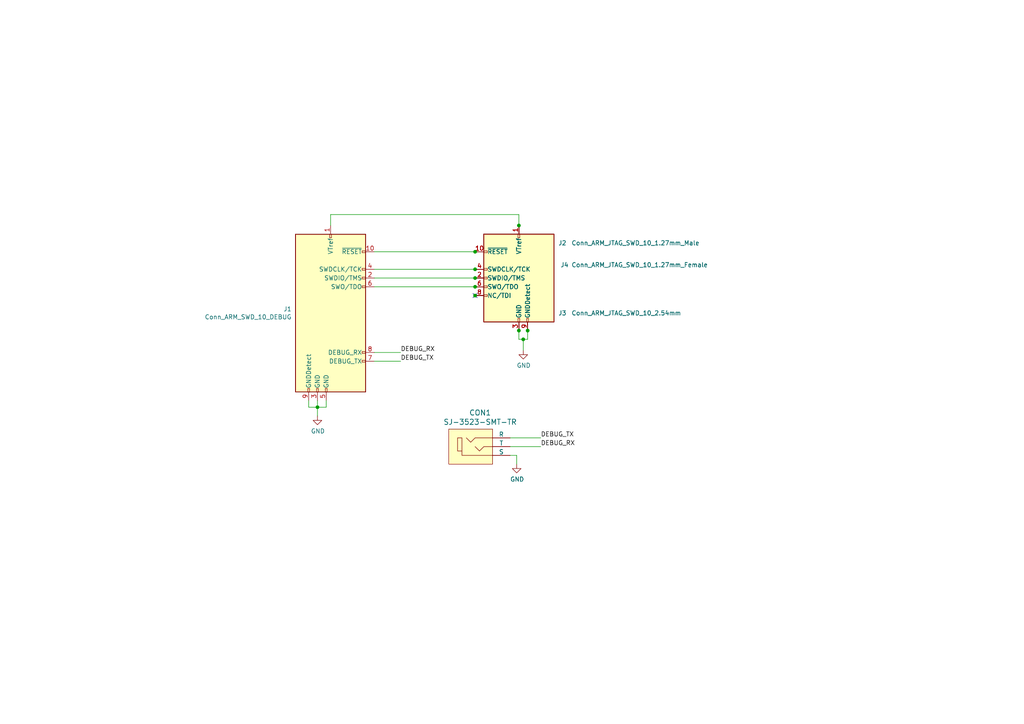
<source format=kicad_sch>
(kicad_sch (version 20211123) (generator eeschema)
  (paper "A4")
  (lib_symbols
    (symbol "Connector:Conn_ARM_JTAG_SWD_10" (pin_names (offset 1.016))
      (property "Reference" "J" (at -2.54 16.51 0))
      (property "Value" "Conn_ARM_JTAG_SWD_10" (at -2.54 13.97 0))
      (symbol "Conn_ARM_JTAG_SWD_10_0_1"
        (rectangle (start -10.16 12.7) (end 10.16 -12.7) (stroke (width 0.254)) (fill (type background)))
        (rectangle (start -2.794 -12.7) (end -2.286 -11.684))
        (rectangle (start -0.254 -12.7) (end 0.254 -11.684))
        (rectangle (start -0.254 12.7) (end 0.254 11.684))
        (rectangle (start 9.144 2.286) (end 10.16 2.794))
        (rectangle (start 10.16 -2.794) (end 9.144 -2.286))
        (rectangle (start 10.16 -0.254) (end 9.144 0.254))
        (rectangle (start 10.16 7.874) (end 9.144 7.366))
      )
      (symbol "Conn_ARM_JTAG_SWD_10_1_1"
        (rectangle (start 9.144 -5.334) (end 10.16 -4.826))
        (pin power_in line (at 0 15.24 270) (length 2.54) (name "VTref") (number "1"))
        (pin open_collector line (at 12.7 7.62 180) (length 2.54) (name "~{RESET}") (number "10"))
        (pin bidirectional line (at 12.7 0 180) (length 2.54) (name "SWDIO/TMS") (number "2"))
        (pin power_in line (at 0 -15.24 90) (length 2.54) (name "GND") (number "3"))
        (pin output line (at 12.7 2.54 180) (length 2.54) (name "SWDCLK/TCK") (number "4"))
        (pin passive line (at 0 -15.24 90) (length 2.54) hide (name "GND") (number "5"))
        (pin input line (at 12.7 -2.54 180) (length 2.54) (name "SWO/TDO") (number "6"))
        (pin no_connect line (at -10.16 0 0) (length 2.54) hide (name "KEY") (number "7"))
        (pin output line (at 12.7 -5.08 180) (length 2.54) (name "NC/TDI") (number "8"))
        (pin passive line (at -2.54 -15.24 90) (length 2.54) (name "GNDDetect") (number "9"))
      )
    )
    (symbol "ePenguin-Debug-rescue:Conn_ARM_SWD_10_DEBUG-plib" (pin_names (offset 1.016))
      (property "Reference" "J" (at -2.54 16.51 0))
      (property "Value" "Conn_ARM_SWD_10_DEBUG-plib" (at -2.54 13.97 0))
      (symbol "Conn_ARM_SWD_10_DEBUG-plib_0_1"
        (rectangle (start -10.16 12.7) (end 10.16 -33.02) (stroke (width 0.254)) (fill (type background)))
        (rectangle (start -6.604 -33.02) (end -6.096 -32.004))
        (rectangle (start -4.064 -33.02) (end -3.556 -32.004))
        (rectangle (start -1.524 -33.02) (end -1.016 -32.004))
        (rectangle (start -0.254 12.7) (end 0.254 11.684))
        (rectangle (start 9.144 2.286) (end 10.16 2.794))
        (rectangle (start 10.16 -24.384) (end 9.144 -23.876))
        (rectangle (start 10.16 -2.794) (end 9.144 -2.286))
        (rectangle (start 10.16 -0.254) (end 9.144 0.254))
        (rectangle (start 10.16 7.874) (end 9.144 7.366))
      )
      (symbol "Conn_ARM_SWD_10_DEBUG-plib_1_1"
        (rectangle (start 9.144 -21.844) (end 10.16 -21.336))
        (pin power_in line (at 0 15.24 270) (length 2.54) (name "VTref") (number "1"))
        (pin open_collector line (at 12.7 7.62 180) (length 2.54) (name "~{RESET}") (number "10"))
        (pin bidirectional line (at 12.7 0 180) (length 2.54) (name "SWDIO/TMS") (number "2"))
        (pin power_in line (at -3.81 -35.56 90) (length 2.54) (name "GND") (number "3"))
        (pin output line (at 12.7 2.54 180) (length 2.54) (name "SWDCLK/TCK") (number "4"))
        (pin power_in line (at -1.27 -35.56 90) (length 2.54) (name "GND") (number "5"))
        (pin input line (at 12.7 -2.54 180) (length 2.54) (name "SWO/TDO") (number "6"))
        (pin input line (at 12.7 -24.13 180) (length 2.54) (name "DEBUG_TX") (number "7"))
        (pin no_connect line (at -10.16 0 0) (length 2.54) hide (name "KEY") (number "7"))
        (pin output line (at 12.7 -21.59 180) (length 2.54) (name "DEBUG_RX") (number "8"))
        (pin passive line (at -6.35 -35.56 90) (length 2.54) (name "GNDDetect") (number "9"))
      )
    )
    (symbol "ePenguin-Debug-rescue:SJ-3523-SMT-TR-dk_Barrel-Audio-Connectors" (pin_numbers hide) (pin_names (offset 0))
      (property "Reference" "CON" (at -7.62 6.35 0))
      (property "Value" "SJ-3523-SMT-TR-dk_Barrel-Audio-Connectors" (at -1.27 -6.35 0))
      (symbol "SJ-3523-SMT-TR-dk_Barrel-Audio-Connectors_0_1"
        (polyline (pts (xy 5.08 0) (xy 2.54 0) (xy 1.27 -1.27) (xy 0 0)))
        (polyline (pts (xy 5.08 2.54) (xy 0 2.54) (xy -1.27 1.27) (xy -2.54 2.54)))
        (polyline (pts (xy 5.08 -2.54) (xy -3.81 -2.54) (xy -3.81 2.54) (xy -5.08 2.54) (xy -5.08 -1.27) (xy -3.81 -1.27)))
        (rectangle (start 5.08 5.08) (end -7.62 -5.08) (fill (type background)))
      )
      (symbol "SJ-3523-SMT-TR-dk_Barrel-Audio-Connectors_1_1"
        (pin passive line (at 10.16 -2.54 180) (length 5.08) (name "S") (number "1"))
        (pin passive line (at 10.16 0 180) (length 5.08) (name "T") (number "2"))
        (pin passive line (at 10.16 2.54 180) (length 5.08) (name "R") (number "3"))
      )
    )
    (symbol "power:GND" (power) (pin_names (offset 0))
      (property "Value" "GND" (at 0 -3.81 0))
      (symbol "GND_0_1"
        (polyline (pts (xy 0 0) (xy 0 -1.27) (xy 1.27 -1.27) (xy 0 -2.54) (xy -1.27 -1.27) (xy 0 -1.27)))
      )
      (symbol "GND_1_1"
        (pin power_in line (at 0 0 270) (length 0) hide (name "GND") (number "1"))
      )
    )
  )
  (junction (at 137.795 85.725))
  (junction (at 137.795 83.185))
  (junction (at 92.075 118.11))
  (junction (at 151.765 98.425))
  (junction (at 153.035 95.885))
  (junction (at 137.795 80.645))
  (junction (at 150.495 65.405))
  (junction (at 137.795 78.105))
  (junction (at 150.495 95.885))
  (junction (at 137.795 73.025))
  (no_connect (at 137.795 85.725))
  (wire (pts (xy 92.075 118.11) (xy 92.075 116.205)))
  (wire (pts (xy 108.585 102.235) (xy 116.205 102.235)))
  (wire (pts (xy 147.955 127) (xy 156.845 127)))
  (wire (pts (xy 151.765 98.425) (xy 151.765 101.6)))
  (wire (pts (xy 94.615 118.11) (xy 94.615 116.205)))
  (wire (pts (xy 108.585 73.025) (xy 137.795 73.025)))
  (wire (pts (xy 108.585 80.645) (xy 137.795 80.645)))
  (wire (pts (xy 147.955 132.08) (xy 149.86 132.08)))
  (wire (pts (xy 89.535 116.205) (xy 89.535 118.11)))
  (wire (pts (xy 95.885 62.23) (xy 150.495 62.23)))
  (wire (pts (xy 108.585 78.105) (xy 137.795 78.105)))
  (wire (pts (xy 149.86 132.08) (xy 149.86 134.62)))
  (wire (pts (xy 151.765 98.425) (xy 153.035 98.425)))
  (wire (pts (xy 108.585 104.775) (xy 116.205 104.775)))
  (wire (pts (xy 147.955 129.54) (xy 156.845 129.54)))
  (wire (pts (xy 92.075 118.11) (xy 94.615 118.11)))
  (wire (pts (xy 150.495 62.23) (xy 150.495 65.405)))
  (wire (pts (xy 95.885 65.405) (xy 95.885 62.23)))
  (wire (pts (xy 108.585 83.185) (xy 137.795 83.185)))
  (wire (pts (xy 150.495 95.885) (xy 150.495 98.425)))
  (wire (pts (xy 92.075 118.11) (xy 92.075 120.65)))
  (wire (pts (xy 150.495 98.425) (xy 151.765 98.425)))
  (wire (pts (xy 89.535 118.11) (xy 92.075 118.11)))
  (wire (pts (xy 153.035 98.425) (xy 153.035 95.885)))
  (label "DEBUG_TX" (at 116.205 104.775 0))
  (label "DEBUG_TX" (at 156.845 127 0))
  (label "DEBUG_RX" (at 156.845 129.54 0))
  (label "DEBUG_RX" (at 116.205 102.235 0))
  (symbol (lib_id "ePenguin-Debug-rescue:Conn_ARM_SWD_10_DEBUG-plib") (at 95.885 80.645 0) (unit 1)
    (property "Reference" "J1" (at 84.6074 89.6366 0) (effects (justify right)))
    (property "Value" "Conn_ARM_SWD_10_DEBUG" (at 84.6074 91.948 0) (effects (justify right)))
    (property "Footprint" "plib:DebugEdge_2x05" (effects hide))
    (property "Datasheet" "http://infocenter.arm.com/help/topic/com.arm.doc.ddi0314h/DDI0314H_coresight_components_trm.pdf" (effects hide))
  )
  (symbol (lib_id "Connector:Conn_ARM_JTAG_SWD_10") (at 150.495 80.645 0) (mirror y) (unit 1)
    (property "Reference" "J2" (at 161.925 70.485 0) (effects (justify right)))
    (property "Value" "Conn_ARM_JTAG_SWD_10_1.27mm_Female" (at 165.735 76.835 0) (effects (justify right)))
    (property "Footprint" "Connector_PinSocket_1.27mm:PinSocket_2x05_P1.27mm_Vertical_SMD" (effects hide))
    (property "Datasheet" "http://infocenter.arm.com/help/topic/com.arm.doc.ddi0314h/DDI0314H_coresight_components_trm.pdf" (effects hide))
  )
  (symbol (lib_id "power:GND") (at 151.765 101.6 0) (unit 1)
    (property "Reference" "#PWR03" (effects hide))
    (property "Value" "GND" (at 151.892 105.9942 0))
  )
  (symbol (lib_id "power:GND") (at 92.075 120.65 0) (unit 1)
    (property "Reference" "#PWR01" (effects hide))
    (property "Value" "GND" (at 92.202 125.0442 0))
  )
  (symbol (lib_id "ePenguin-Debug-rescue:SJ-3523-SMT-TR-dk_Barrel-Audio-Connectors") (at 137.795 129.54 0) (unit 1)
    (property "Reference" "CON1" (at 139.2682 119.7102 0) (effects (font (size 1.524 1.524))))
    (property "Value" "SJ-3523-SMT-TR" (at 139.2682 122.4026 0) (effects (font (size 1.524 1.524))))
    (property "Footprint" "digikey-footprints:Switch_Slide_11.6x4mm_SJ-3523-SMT" (effects hide))
    (property "Datasheet" "https://www.cui.com/product/resource/digikeypdf/sj-352x-smt_series.pdf" (effects hide))
    (property "Digi-Key_PN" "CP-3523SJCT-ND" (effects hide))
    (property "MPN" "SJ-3523-SMT-TR" (effects hide))
    (property "Category" "Connectors, Interconnects" (effects hide))
    (property "Family" "Barrel - Audio Connectors" (effects hide))
    (property "DK_Datasheet_Link" "https://www.cui.com/product/resource/digikeypdf/sj-352x-smt_series.pdf" (effects hide))
    (property "DK_Detail_Page" "/product-detail/en/cui-inc/SJ-3523-SMT-TR/CP-3523SJCT-ND/669704" (effects hide))
    (property "Description" "CONN JACK STEREO 3.5MM SMD R/A" (effects hide))
    (property "Manufacturer" "CUI Inc." (effects hide))
    (property "Status" "Active" (effects hide))
  )
  (symbol (lib_id "power:GND") (at 149.86 134.62 0) (unit 1)
    (property "Reference" "#PWR02" (effects hide))
    (property "Value" "GND" (at 149.987 139.0142 0))
  )
  (symbol (lib_id "Connector:Conn_ARM_JTAG_SWD_10") (at 150.495 80.645 0) (mirror y) (unit 1)
    (property "Reference" "J3" (at 161.925 90.805 0) (effects (justify right)))
    (property "Value" "Conn_ARM_JTAG_SWD_10_2.54mm" (at 165.735 90.805 0) (effects (justify right)))
    (property "Footprint" "Connector_IDC:IDC-Header_2x05_P2.54mm_Vertical" (effects hide))
    (property "Datasheet" "http://infocenter.arm.com/help/topic/com.arm.doc.ddi0314h/DDI0314H_coresight_components_trm.pdf" (effects hide))
  )
  (symbol (lib_id "Connector:Conn_ARM_JTAG_SWD_10") (at 150.495 80.645 0) (mirror y) (unit 1)
    (property "Reference" "J4" (at 162.56 76.835 0) (effects (justify right)))
    (property "Value" "Conn_ARM_JTAG_SWD_10_1.27mm_Male" (at 165.735 70.485 0) (effects (justify right)))
    (property "Footprint" "plib:20021521-00010T1LF" (effects hide))
    (property "Datasheet" "http://infocenter.arm.com/help/topic/com.arm.doc.ddi0314h/DDI0314H_coresight_components_trm.pdf" (effects hide))
  )
)
</source>
